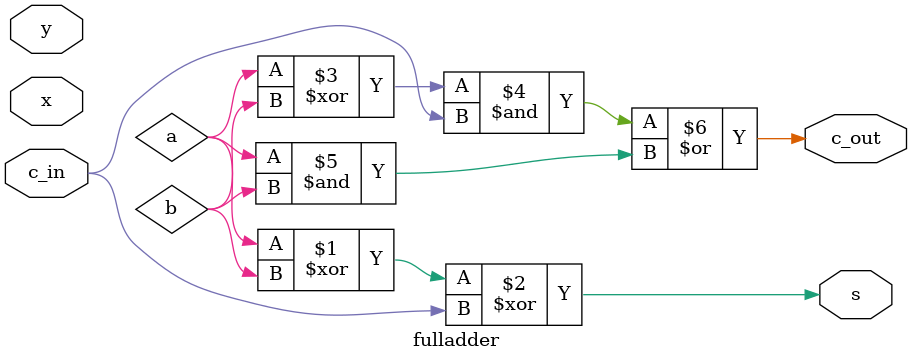
<source format=v>
module fulladder (
    input   x,
    input   y,
    input   c_in,
    output  s,
    output  c_out
);
    assign s = (a ^ b) ^ c_in;
    assign c_out = ((a ^ b) & c_in) | (a & b);
    
endmodule
</source>
